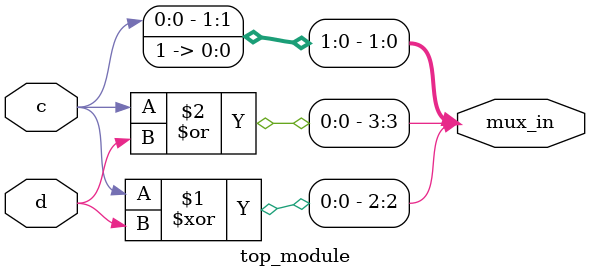
<source format=sv>
module top_module(
    input c,
    input d,
    output [3:0] mux_in
);

    wire m1, m2, m3;

    assign mux_in[0] = 1;
    assign mux_in[1] = c;
    assign mux_in[2] = c ^ d;
    assign mux_in[3] = c | d;

endmodule

</source>
